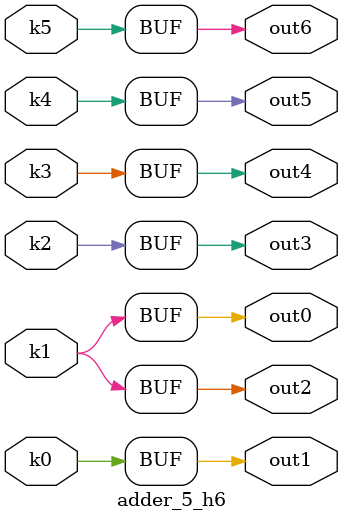
<source format=v>
module adder_5(pi00, pi01, pi02, pi03, pi04, pi05, pi06, pi07, pi08, pi09, pi10, po0, po1, po2, po3, po4, po5, po6);
input pi00, pi01, pi02, pi03, pi04, pi05, pi06, pi07, pi08, pi09, pi10;
output po0, po1, po2, po3, po4, po5, po6;
wire k0, k1, k2, k3, k4, k5;
adder_5_w6 DUT1 (pi00, pi01, pi02, pi03, pi04, pi05, pi06, pi07, pi08, pi09, pi10, k0, k1, k2, k3, k4, k5);
adder_5_h6 DUT2 (k0, k1, k2, k3, k4, k5, po0, po1, po2, po3, po4, po5, po6);
endmodule

module adder_5_w6(in10, in9, in8, in7, in6, in5, in4, in3, in2, in1, in0, k5, k4, k3, k2, k1, k0);
input in10, in9, in8, in7, in6, in5, in4, in3, in2, in1, in0;
output k5, k4, k3, k2, k1, k0;
assign k0 =   ((~in6 | ~in2) & (((~in7 | ~in3) & (((~in9 | ~in5) & ((~in1 & ((~in10 & (~in4 | ~in8)) | (in0 & ~in8))) | (in0 & ~in4))) | (~in4 & (~in8 | (~in9 & ~in5))) | (~in9 & ~in5 & ~in8))) | (~in7 & ~in3))) | (~in6 & ~in2);
assign k1 =   ((in6 ^ in2) & (((in7 | in3) & (((in9 | in5) & ((~in0 & ((in10 & (in4 | in8)) | (in1 & in8))) | (in1 & in4))) | (in4 & (in8 | (in9 & in5))) | (in9 & in5 & in8))) | (in7 & in3))) | ((~in6 ^ in2) & ((~in7 & ~in3) | ((~in7 | ~in3) & (((~in9 | ~in5) & ((~in1 & ((~in10 & (~in4 | ~in8)) | (in0 & ~in8))) | (in0 & ~in4))) | (~in4 & (~in8 | (~in9 & ~in5))) | (~in9 & ~in5 & ~in8)))));
assign k2 =   ((in7 ^ in3) & (((in9 | in5) & ((~in0 & ((in10 & (in4 | in8)) | (in1 & in8))) | (in1 & in4))) | (in4 & (in8 | (in9 & in5))) | (in9 & in5 & in8))) | ((~in7 ^ in3) & (((~in9 | ~in5) & ((~in1 & ((~in10 & (~in4 | ~in8)) | (in0 & ~in8))) | (in0 & ~in4))) | (~in4 & (~in8 | (~in9 & ~in5))) | (~in9 & ~in5 & ~in8)));
assign k3 =   ((in4 ^ in8) & ((in10 & ~in0 & (in9 | in5)) | (in9 & in5))) | (in1 & (in9 | in5) & ((in4 & ~in8) | (~in0 & ~in4 & in8))) | ((~in4 ^ in8) & ((~in9 & ~in5) | (~in10 & ~in1 & (~in9 | ~in5)))) | (in0 & (~in9 | ~in5) & ((~in4 & ~in8) | (~in1 & in4 & in8)));
assign k4 =   (~in0 & (in9 ^ in5) & (in10 | in1)) | (~in1 & (~in9 ^ in5) & (~in10 | in0));
assign k5 =   (~in10 & (in1 | in0)) | (~in1 & ~in0 & in10);
endmodule

module adder_5_h6(k5, k4, k3, k2, k1, k0, out6, out5, out4, out3, out2, out1, out0);
input k5, k4, k3, k2, k1, k0;
output out6, out5, out4, out3, out2, out1, out0;
assign out0 = k1;
assign out1 = k0;
assign out2 = k1;
assign out3 = k2;
assign out4 = k3;
assign out5 = k4;
assign out6 = k5;
endmodule

</source>
